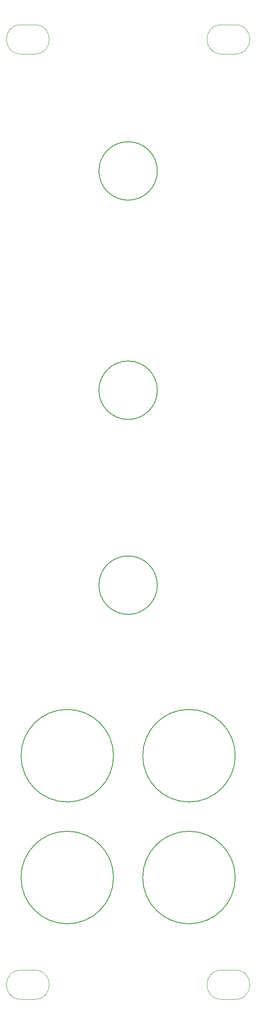
<source format=gbr>
G04 #@! TF.GenerationSoftware,KiCad,Pcbnew,6.0.4-6f826c9f35~116~ubuntu20.04.1*
G04 #@! TF.CreationDate,2022-04-19T12:37:51-04:00*
G04 #@! TF.ProjectId,vcapf_panel,76636170-665f-4706-916e-656c2e6b6963,rev?*
G04 #@! TF.SameCoordinates,Original*
G04 #@! TF.FileFunction,Other,Comment*
%FSLAX46Y46*%
G04 Gerber Fmt 4.6, Leading zero omitted, Abs format (unit mm)*
G04 Created by KiCad (PCBNEW 6.0.4-6f826c9f35~116~ubuntu20.04.1) date 2022-04-19 12:37:51*
%MOMM*%
%LPD*%
G01*
G04 APERTURE LIST*
%ADD10C,0.120000*%
%ADD11C,0.150000*%
G04 APERTURE END LIST*
D10*
G04 #@! TO.C,H9*
X63100000Y-207600000D02*
X60300000Y-207600000D01*
X63100000Y-201600000D02*
X60300000Y-201600000D01*
X63100000Y-13600000D02*
X60300000Y-13600000D01*
X63100000Y-7600000D02*
X60300000Y-7600000D01*
X63100000Y-13600000D02*
G75*
G03*
X63100000Y-7600000I0J3000000D01*
G01*
X60300000Y-7600000D02*
G75*
G03*
X60300000Y-13600000I0J-3000000D01*
G01*
X60300000Y-201600000D02*
G75*
G03*
X60300000Y-207600000I0J-3000000D01*
G01*
X63100000Y-207600000D02*
G75*
G03*
X63100000Y-201600000I0J3000000D01*
G01*
D11*
G04 #@! TO.C,H5*
X47100000Y-37600000D02*
G75*
G03*
X47100000Y-37600000I-6000000J0D01*
G01*
G04 #@! TO.C,H1*
X38100000Y-157600000D02*
G75*
G03*
X38100000Y-157600000I-9500000J0D01*
G01*
D10*
G04 #@! TO.C,H8*
X19100000Y-207600000D02*
X21900000Y-207600000D01*
X19100000Y-7600000D02*
X21900000Y-7600000D01*
X19100000Y-201600000D02*
X21900000Y-201600000D01*
X19100000Y-13600000D02*
X21900000Y-13600000D01*
X21900000Y-207600000D02*
G75*
G03*
X21900000Y-201600000I0J3000000D01*
G01*
X21900000Y-13600000D02*
G75*
G03*
X21900000Y-7600000I0J3000000D01*
G01*
X19100000Y-201600000D02*
G75*
G03*
X19100000Y-207600000I0J-3000000D01*
G01*
X19100000Y-7600000D02*
G75*
G03*
X19100000Y-13600000I0J-3000000D01*
G01*
D11*
G04 #@! TO.C,H2*
X38100000Y-182600000D02*
G75*
G03*
X38100000Y-182600000I-9500000J0D01*
G01*
G04 #@! TO.C,H3*
X63100000Y-157600000D02*
G75*
G03*
X63100000Y-157600000I-9500000J0D01*
G01*
G04 #@! TO.C,H4*
X63100000Y-182600000D02*
G75*
G03*
X63100000Y-182600000I-9500000J0D01*
G01*
G04 #@! TO.C,H7*
X47100000Y-82600000D02*
G75*
G03*
X47100000Y-82600000I-6000000J0D01*
G01*
G04 #@! TO.C,H6*
X47100000Y-122600000D02*
G75*
G03*
X47100000Y-122600000I-6000000J0D01*
G01*
G04 #@! TD*
M02*

</source>
